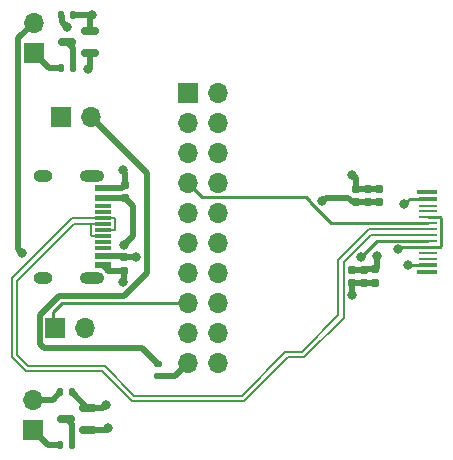
<source format=gtl>
G04 #@! TF.GenerationSoftware,KiCad,Pcbnew,7.0.2-0*
G04 #@! TF.CreationDate,2023-04-27T21:18:02-05:00*
G04 #@! TF.ProjectId,usb_programmer,7573625f-7072-46f6-9772-616d6d65722e,rev?*
G04 #@! TF.SameCoordinates,Original*
G04 #@! TF.FileFunction,Copper,L1,Top*
G04 #@! TF.FilePolarity,Positive*
%FSLAX46Y46*%
G04 Gerber Fmt 4.6, Leading zero omitted, Abs format (unit mm)*
G04 Created by KiCad (PCBNEW 7.0.2-0) date 2023-04-27 21:18:02*
%MOMM*%
%LPD*%
G01*
G04 APERTURE LIST*
G04 Aperture macros list*
%AMRoundRect*
0 Rectangle with rounded corners*
0 $1 Rounding radius*
0 $2 $3 $4 $5 $6 $7 $8 $9 X,Y pos of 4 corners*
0 Add a 4 corners polygon primitive as box body*
4,1,4,$2,$3,$4,$5,$6,$7,$8,$9,$2,$3,0*
0 Add four circle primitives for the rounded corners*
1,1,$1+$1,$2,$3*
1,1,$1+$1,$4,$5*
1,1,$1+$1,$6,$7*
1,1,$1+$1,$8,$9*
0 Add four rect primitives between the rounded corners*
20,1,$1+$1,$2,$3,$4,$5,0*
20,1,$1+$1,$4,$5,$6,$7,0*
20,1,$1+$1,$6,$7,$8,$9,0*
20,1,$1+$1,$8,$9,$2,$3,0*%
G04 Aperture macros list end*
G04 #@! TA.AperFunction,SMDPad,CuDef*
%ADD10RoundRect,0.135000X-0.135000X-0.185000X0.135000X-0.185000X0.135000X0.185000X-0.135000X0.185000X0*%
G04 #@! TD*
G04 #@! TA.AperFunction,SMDPad,CuDef*
%ADD11RoundRect,0.155000X-0.155000X0.212500X-0.155000X-0.212500X0.155000X-0.212500X0.155000X0.212500X0*%
G04 #@! TD*
G04 #@! TA.AperFunction,SMDPad,CuDef*
%ADD12R,1.550000X0.410000*%
G04 #@! TD*
G04 #@! TA.AperFunction,SMDPad,CuDef*
%ADD13R,1.550000X0.260000*%
G04 #@! TD*
G04 #@! TA.AperFunction,SMDPad,CuDef*
%ADD14R,1.750000X0.360000*%
G04 #@! TD*
G04 #@! TA.AperFunction,SMDPad,CuDef*
%ADD15RoundRect,0.155000X0.155000X-0.212500X0.155000X0.212500X-0.155000X0.212500X-0.155000X-0.212500X0*%
G04 #@! TD*
G04 #@! TA.AperFunction,ComponentPad*
%ADD16R,1.700000X1.700000*%
G04 #@! TD*
G04 #@! TA.AperFunction,ComponentPad*
%ADD17O,1.700000X1.700000*%
G04 #@! TD*
G04 #@! TA.AperFunction,ComponentPad*
%ADD18O,1.600000X1.000000*%
G04 #@! TD*
G04 #@! TA.AperFunction,ComponentPad*
%ADD19O,2.100000X1.000000*%
G04 #@! TD*
G04 #@! TA.AperFunction,SMDPad,CuDef*
%ADD20R,1.450000X0.600000*%
G04 #@! TD*
G04 #@! TA.AperFunction,SMDPad,CuDef*
%ADD21R,1.450000X0.300000*%
G04 #@! TD*
G04 #@! TA.AperFunction,SMDPad,CuDef*
%ADD22RoundRect,0.150000X0.587500X0.150000X-0.587500X0.150000X-0.587500X-0.150000X0.587500X-0.150000X0*%
G04 #@! TD*
G04 #@! TA.AperFunction,SMDPad,CuDef*
%ADD23RoundRect,0.135000X-0.185000X0.135000X-0.185000X-0.135000X0.185000X-0.135000X0.185000X0.135000X0*%
G04 #@! TD*
G04 #@! TA.AperFunction,ViaPad*
%ADD24C,0.800000*%
G04 #@! TD*
G04 #@! TA.AperFunction,Conductor*
%ADD25C,0.250000*%
G04 #@! TD*
G04 #@! TA.AperFunction,Conductor*
%ADD26C,0.200000*%
G04 #@! TD*
G04 #@! TA.AperFunction,Conductor*
%ADD27C,0.500000*%
G04 #@! TD*
G04 APERTURE END LIST*
D10*
X29900000Y-90960000D03*
X28880000Y-90960000D03*
X30000000Y-59050000D03*
X28980000Y-59050000D03*
D11*
X34340000Y-79515000D03*
X34340000Y-80650000D03*
D12*
X60045000Y-80220000D03*
D13*
X60045000Y-79645000D03*
X60045000Y-79145000D03*
X60045000Y-78645000D03*
X60045000Y-78145000D03*
X60045000Y-77645000D03*
X60045000Y-77145000D03*
X60045000Y-76645000D03*
X60045000Y-76145000D03*
X60045000Y-75645000D03*
X60045000Y-75145000D03*
D12*
X60045000Y-74570000D03*
D14*
X59945000Y-80800000D03*
X59945000Y-73990000D03*
D15*
X55940000Y-74865000D03*
X55940000Y-73730000D03*
X53920000Y-74867500D03*
X53920000Y-73732500D03*
X54940000Y-74870000D03*
X54940000Y-73735000D03*
D11*
X53610000Y-80567500D03*
X53610000Y-81702500D03*
X54590000Y-80560000D03*
X54590000Y-81695000D03*
X55570000Y-80550000D03*
X55570000Y-81685000D03*
D15*
X34400000Y-74540000D03*
X34400000Y-73405000D03*
D16*
X26650000Y-62200000D03*
D17*
X26650000Y-59660000D03*
D16*
X26570000Y-94110000D03*
D17*
X26570000Y-91570000D03*
D16*
X28960000Y-67610000D03*
D17*
X31500000Y-67610000D03*
D16*
X28480000Y-85540000D03*
D17*
X31020000Y-85540000D03*
D16*
X39750000Y-65620000D03*
D17*
X42290000Y-65620000D03*
X39750000Y-68160000D03*
X42290000Y-68160000D03*
X39750000Y-70700000D03*
X42290000Y-70700000D03*
X39750000Y-73240000D03*
X42290000Y-73240000D03*
X39750000Y-75780000D03*
X42290000Y-75780000D03*
X39750000Y-78320000D03*
X42290000Y-78320000D03*
X39750000Y-80860000D03*
X42290000Y-80860000D03*
X39750000Y-83400000D03*
X42290000Y-83400000D03*
X39750000Y-85940000D03*
X42290000Y-85940000D03*
X39750000Y-88480000D03*
X42290000Y-88480000D03*
D18*
X27440000Y-81270000D03*
D19*
X31620000Y-81270000D03*
X31620000Y-72630000D03*
D18*
X27440000Y-72630000D03*
D20*
X32535000Y-73700000D03*
X32535000Y-74500000D03*
D21*
X32535000Y-75200000D03*
X32535000Y-76200000D03*
X32535000Y-77700000D03*
X32535000Y-78700000D03*
D20*
X32535000Y-79400000D03*
X32535000Y-80200000D03*
X32535000Y-80200000D03*
X32535000Y-79400000D03*
D21*
X32535000Y-78200000D03*
X32535000Y-77200000D03*
X32535000Y-76700000D03*
X32535000Y-75700000D03*
D20*
X32535000Y-74500000D03*
X32535000Y-73700000D03*
D22*
X31390000Y-62260000D03*
X31390000Y-60360000D03*
X29515000Y-61310000D03*
X31300000Y-94160000D03*
X31300000Y-92260000D03*
X29425000Y-93210000D03*
D10*
X28950000Y-63530000D03*
X29970000Y-63530000D03*
X28860000Y-95440000D03*
X29880000Y-95440000D03*
D23*
X37180000Y-88590000D03*
X37180000Y-89610000D03*
D24*
X54350000Y-79500000D03*
X34200000Y-72175000D03*
X51050000Y-74800000D03*
X25700000Y-79170000D03*
X29490000Y-60040000D03*
X31300000Y-63620000D03*
X31560000Y-59050000D03*
X32940000Y-93990000D03*
X32790000Y-91990000D03*
X34260000Y-81640000D03*
X35350000Y-79480000D03*
X34290000Y-78510000D03*
X57480000Y-78840000D03*
X55710000Y-79390000D03*
X53610000Y-82750000D03*
X53630000Y-72550000D03*
X58025000Y-75055000D03*
X58340000Y-80160000D03*
D25*
X39750000Y-73240000D02*
X40935000Y-74425000D01*
X40935000Y-74425000D02*
X49725000Y-74425000D01*
X49725000Y-74425000D02*
X50074695Y-74774695D01*
X50074695Y-74774695D02*
X50074695Y-74850000D01*
X50074695Y-74850000D02*
X51869695Y-76645000D01*
X51869695Y-76645000D02*
X60045000Y-76645000D01*
D26*
X30093200Y-76675000D02*
X25275000Y-81493200D01*
X25275000Y-87781800D02*
X26218200Y-88725000D01*
X35006800Y-91700000D02*
X44468200Y-91700000D01*
X24825000Y-81306800D02*
X24825000Y-87968200D01*
X26218200Y-88725000D02*
X32668200Y-88725000D01*
X52910000Y-79950050D02*
X55240050Y-77620000D01*
X35193200Y-91250000D02*
X44281800Y-91250000D01*
X32535000Y-76700000D02*
X31447499Y-76700000D01*
X31422499Y-76675000D02*
X30093200Y-76675000D01*
X32535000Y-76200000D02*
X31447499Y-76200000D01*
X31447499Y-76700000D02*
X31422499Y-76675000D01*
X58857499Y-77620000D02*
X58882499Y-77645000D01*
X32668200Y-88725000D02*
X35193200Y-91250000D01*
X31422499Y-76225000D02*
X29906800Y-76225000D01*
X44281800Y-91250000D02*
X47981800Y-87550000D01*
X47981800Y-87550000D02*
X49356800Y-87550000D01*
X25275000Y-81493200D02*
X25275000Y-87781800D01*
X32481800Y-89175000D02*
X35006800Y-91700000D01*
X49356800Y-87550000D02*
X52460019Y-84446781D01*
X52460019Y-79763661D02*
X55053680Y-77170000D01*
X55053680Y-77170000D02*
X58857499Y-77170000D01*
X58857499Y-77170000D02*
X58882499Y-77145000D01*
X31447499Y-76200000D02*
X31422499Y-76225000D01*
X58882499Y-77145000D02*
X60045000Y-77145000D01*
X29906800Y-76225000D02*
X24825000Y-81306800D01*
X52460019Y-84446781D02*
X52460019Y-79763661D01*
X24825000Y-87968200D02*
X26031800Y-89175000D01*
X26031800Y-89175000D02*
X32481800Y-89175000D01*
X44468200Y-91700000D02*
X48168200Y-88000000D01*
X48168200Y-88000000D02*
X49543200Y-88000000D01*
X49543200Y-88000000D02*
X52910000Y-84633200D01*
X52910000Y-84633200D02*
X52910000Y-79950050D01*
X58882499Y-77645000D02*
X60045000Y-77645000D01*
X55240050Y-77620000D02*
X58857499Y-77620000D01*
D27*
X51370000Y-74480000D02*
X53283173Y-74480000D01*
X51050000Y-74800000D02*
X51370000Y-74480000D01*
X53670672Y-74867500D02*
X53920000Y-74867500D01*
X53283173Y-74480000D02*
X53670672Y-74867500D01*
D26*
X32535000Y-77200000D02*
X33510000Y-77200000D01*
X33510000Y-77200000D02*
X33560000Y-77150000D01*
X33560000Y-77150000D02*
X33560000Y-76250000D01*
X33560000Y-76250000D02*
X33510000Y-76200000D01*
X33510000Y-76200000D02*
X32535000Y-76200000D01*
X32535000Y-77700000D02*
X31560000Y-77700000D01*
X31510000Y-76750000D02*
X31560000Y-76700000D01*
X31560000Y-77700000D02*
X31510000Y-77650000D01*
X31560000Y-76700000D02*
X32535000Y-76700000D01*
X31510000Y-77650000D02*
X31510000Y-76750000D01*
D25*
X60015000Y-78115000D02*
X55735000Y-78115000D01*
X55735000Y-78115000D02*
X54350000Y-79500000D01*
X60045000Y-78145000D02*
X60015000Y-78115000D01*
D27*
X37180000Y-88590000D02*
X35815000Y-87225000D01*
X35815000Y-87225000D02*
X27550000Y-87225000D01*
X27180000Y-84430000D02*
X28785000Y-82825000D01*
X28785000Y-82825000D02*
X34317082Y-82825000D01*
X34317082Y-82825000D02*
X36260000Y-80882082D01*
X36260000Y-80882082D02*
X36260000Y-72370000D01*
X27180000Y-86855000D02*
X27180000Y-84430000D01*
X27550000Y-87225000D02*
X27180000Y-86855000D01*
X36260000Y-72370000D02*
X31500000Y-67610000D01*
D25*
X60045000Y-76145000D02*
X61100000Y-76145000D01*
X61100000Y-76145000D02*
X61145000Y-76190000D01*
X61145000Y-76190000D02*
X61145000Y-78600000D01*
X61145000Y-78600000D02*
X61100000Y-78645000D01*
X61100000Y-78645000D02*
X60045000Y-78645000D01*
D27*
X34400000Y-72375000D02*
X34200000Y-72175000D01*
X34400000Y-73405000D02*
X34400000Y-72375000D01*
X32985000Y-80650000D02*
X32535000Y-80200000D01*
D25*
X58025000Y-75055000D02*
X58510000Y-74570000D01*
X58510000Y-74570000D02*
X60045000Y-74570000D01*
D27*
X34290000Y-78510000D02*
X35070000Y-77730000D01*
X35070000Y-75210000D02*
X34400000Y-74540000D01*
X35070000Y-77730000D02*
X35070000Y-75210000D01*
X34340000Y-81560000D02*
X34340000Y-80650000D01*
X34260000Y-81640000D02*
X34340000Y-81560000D01*
D25*
X57675000Y-78645000D02*
X60045000Y-78645000D01*
X57480000Y-78840000D02*
X57675000Y-78645000D01*
X39750000Y-83400000D02*
X29023172Y-83400000D01*
X29023172Y-83400000D02*
X28260000Y-84163172D01*
X28260000Y-84163172D02*
X28260000Y-85320000D01*
X28260000Y-85320000D02*
X28480000Y-85540000D01*
D27*
X37180000Y-89610000D02*
X38620000Y-89610000D01*
X38620000Y-89610000D02*
X39750000Y-88480000D01*
X31300000Y-92260000D02*
X31200000Y-92260000D01*
X31200000Y-92260000D02*
X29900000Y-90960000D01*
X26570000Y-91570000D02*
X28270000Y-91570000D01*
X28270000Y-91570000D02*
X28880000Y-90960000D01*
X25350000Y-78820000D02*
X25700000Y-79170000D01*
X25350000Y-60960000D02*
X25350000Y-78820000D01*
X26650000Y-59660000D02*
X25350000Y-60960000D01*
X30000000Y-59050000D02*
X31560000Y-59050000D01*
X29080000Y-59630000D02*
X29490000Y-60040000D01*
X29080000Y-59150000D02*
X29080000Y-59630000D01*
X28980000Y-59050000D02*
X29080000Y-59150000D01*
D25*
X60045000Y-78145000D02*
X58990000Y-78145000D01*
D27*
X31390000Y-63530000D02*
X31300000Y-63620000D01*
X31390000Y-62260000D02*
X31390000Y-63530000D01*
X28950000Y-63530000D02*
X27980000Y-63530000D01*
X27980000Y-63530000D02*
X26650000Y-62200000D01*
X29515000Y-61310000D02*
X29970000Y-61765000D01*
X29970000Y-61765000D02*
X29970000Y-63530000D01*
X31390000Y-59220000D02*
X31560000Y-59050000D01*
X31390000Y-60360000D02*
X31390000Y-59220000D01*
X28860000Y-95440000D02*
X27900000Y-95440000D01*
X27900000Y-95440000D02*
X26570000Y-94110000D01*
X29425000Y-93210000D02*
X29880000Y-93665000D01*
X29880000Y-93665000D02*
X29880000Y-95440000D01*
X32770000Y-94160000D02*
X32940000Y-93990000D01*
X31300000Y-94160000D02*
X32770000Y-94160000D01*
X32520000Y-92260000D02*
X32790000Y-91990000D01*
X31300000Y-92260000D02*
X32520000Y-92260000D01*
X35315000Y-79515000D02*
X35350000Y-79480000D01*
X34340000Y-79515000D02*
X35315000Y-79515000D01*
X34340000Y-80650000D02*
X32985000Y-80650000D01*
X32535000Y-79400000D02*
X34225000Y-79400000D01*
X34225000Y-79400000D02*
X34340000Y-79515000D01*
X32535000Y-73700000D02*
X34105000Y-73700000D01*
X34105000Y-73700000D02*
X34400000Y-73405000D01*
X32535000Y-74500000D02*
X34360000Y-74500000D01*
X34360000Y-74500000D02*
X34400000Y-74540000D01*
X55710000Y-79390000D02*
X55710000Y-80410000D01*
X55710000Y-80410000D02*
X55570000Y-80550000D01*
X53610000Y-81702500D02*
X53610000Y-82750000D01*
X53610000Y-81702500D02*
X54582500Y-81702500D01*
X54582500Y-81702500D02*
X54590000Y-81695000D01*
X55570000Y-81685000D02*
X54600000Y-81685000D01*
X54600000Y-81685000D02*
X54590000Y-81695000D01*
X54590000Y-80560000D02*
X53617500Y-80560000D01*
X53617500Y-80560000D02*
X53610000Y-80567500D01*
X55570000Y-80550000D02*
X54600000Y-80550000D01*
X54600000Y-80550000D02*
X54590000Y-80560000D01*
X53920000Y-74867500D02*
X54937500Y-74867500D01*
X54937500Y-74867500D02*
X54940000Y-74870000D01*
X55940000Y-74865000D02*
X54945000Y-74865000D01*
X54945000Y-74865000D02*
X54940000Y-74870000D01*
X53920000Y-72840000D02*
X53630000Y-72550000D01*
X53920000Y-73732500D02*
X53920000Y-72840000D01*
X53920000Y-73732500D02*
X54937500Y-73732500D01*
X54937500Y-73732500D02*
X54940000Y-73735000D01*
X55940000Y-73730000D02*
X54945000Y-73730000D01*
X54945000Y-73730000D02*
X54940000Y-73735000D01*
D25*
X58400000Y-80220000D02*
X58340000Y-80160000D01*
X60045000Y-80220000D02*
X58400000Y-80220000D01*
M02*

</source>
